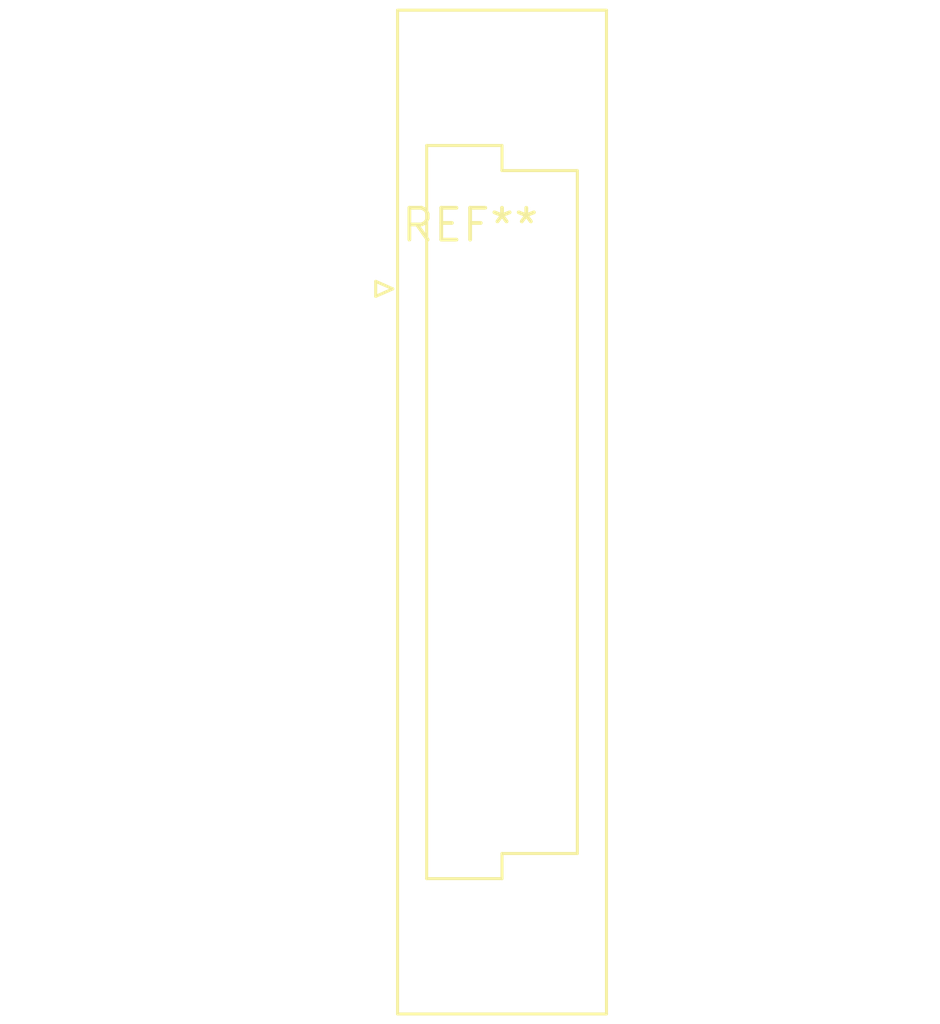
<source format=kicad_pcb>
(kicad_pcb (version 20240108) (generator pcbnew)
  (layers (0 "F.Cu" signal) (31 "B.Cu" signal) (34 "B.Paste" user) (35 "F.Paste" user) (36 "B.SilkS" user "B.Silkscreen") (37 "F.SilkS" user "F.Silkscreen") (38 "B.Mask" user) (39 "F.Mask" user) (44 "Edge.Cuts" user))
  (net 0 "")
  (footprint "DIN41612_B3_2x5_Female_Vertical_THT" (layer "F.Cu") (at 0 0)
    (property "Reference" "REF**")
    (property "Value" "DIN41612_B3_2x5_Female_Vertical_THT")
    (fp_line (start -3.76 2.24) (end -3.76 2.84) (layer "F.SilkS") (stroke (width 0.12)))
    (fp_line (start -3.76 2.84) (end -3.08 2.54) (layer "F.SilkS") (stroke (width 0.12)))
    (fp_line (start -3.08 2.54) (end -3.76 2.24) (layer "F.SilkS") (stroke (width 0.12)))
    (fp_line (start -2.89 -8.56) (end 5.43 -8.56) (layer "F.SilkS") (stroke (width 0.12)))
    (fp_line (start -2.89 31.42) (end -2.89 -8.56) (layer "F.SilkS") (stroke (width 0.12)))
    (fp_line (start -1.73 -3.17) (end 1.27 -3.17) (layer "F.SilkS") (stroke (width 0.12)))
    (fp_line (start -1.73 26.03) (end -1.73 -3.17) (layer "F.SilkS") (stroke (width 0.12)))
    (fp_line (start 1.27 -3.17) (end 1.27 -2.17) (layer "F.SilkS") (stroke (width 0.12)))
    (fp_line (start 1.27 -2.17) (end 4.27 -2.17) (layer "F.SilkS") (stroke (width 0.12)))
    (fp_line (start 1.27 25.03) (end 1.27 26.03) (layer "F.SilkS") (stroke (width 0.12)))
    (fp_line (start 1.27 26.03) (end -1.73 26.03) (layer "F.SilkS") (stroke (width 0.12)))
    (fp_line (start 4.27 -2.17) (end 4.27 25.03) (layer "F.SilkS") (stroke (width 0.12)))
    (fp_line (start 4.27 25.03) (end 1.27 25.03) (layer "F.SilkS") (stroke (width 0.12)))
    (fp_line (start 5.43 -8.56) (end 5.43 31.42) (layer "F.SilkS") (stroke (width 0.12)))
    (fp_line (start 5.43 31.42) (end -2.89 31.42) (layer "F.SilkS") (stroke (width 0.12)))
    (pad "" np_thru_hole circle (at 2.24 -5.95) (size 2.85 2.85) (drill 2.85) (layers *.Cu *.Mask))
    (pad "" np_thru_hole circle (at 2.24 28.81) (size 2.85 2.85) (drill 2.85) (layers *.Cu *.Mask))
    (pad "a2" thru_hole roundrect (at 0 2.54) (size 1.55 1.55) (drill 1) (layers *.Cu *.Mask) (remove_unused_layers) (roundrect_rratio 0.16129))
    (pad "a4" thru_hole circle (at 0 7.62) (size 1.55 1.55) (drill 1) (layers *.Cu *.Mask) (remove_unused_layers))
    (pad "a6" thru_hole circle (at 0 12.7) (size 1.55 1.55) (drill 1) (layers *.Cu *.Mask) (remove_unused_layers))
    (pad "a8" thru_hole circle (at 0 17.78) (size 1.55 1.55) (drill 1) (layers *.Cu *.Mask) (remove_unused_layers))
    (pad "a10" thru_hole circle (at 0 22.86) (size 1.55 1.55) (drill 1) (layers *.Cu *.Mask) (remove_unused_layers))
    (pad "b2" thru_hole circle (at 2.54 2.54) (size 1.55 1.55) (drill 1) (layers *.Cu *.Mask) (remove_unused_layers))
    (pad "b4" thru_hole circle (at 2.54 7.62) (size 1.55 1.55) (drill 1) (layers *.Cu *.Mask) (remove_unused_layers))
    (pad "b6" thru_hole circle (at 2.54 12.7) (size 1.55 1.55) (drill 1) (layers *.Cu *.Mask) (remove_unused_layers))
    (pad "b8" thru_hole circle (at 2.54 17.78) (size 1.55 1.55) (drill 1) (layers *.Cu *.Mask) (remove_unused_layers))
    (pad "b10" thru_hole circle (at 2.54 22.86) (size 1.55 1.55) (drill 1) (layers *.Cu *.Mask) (remove_unused_layers))
  )
)
</source>
